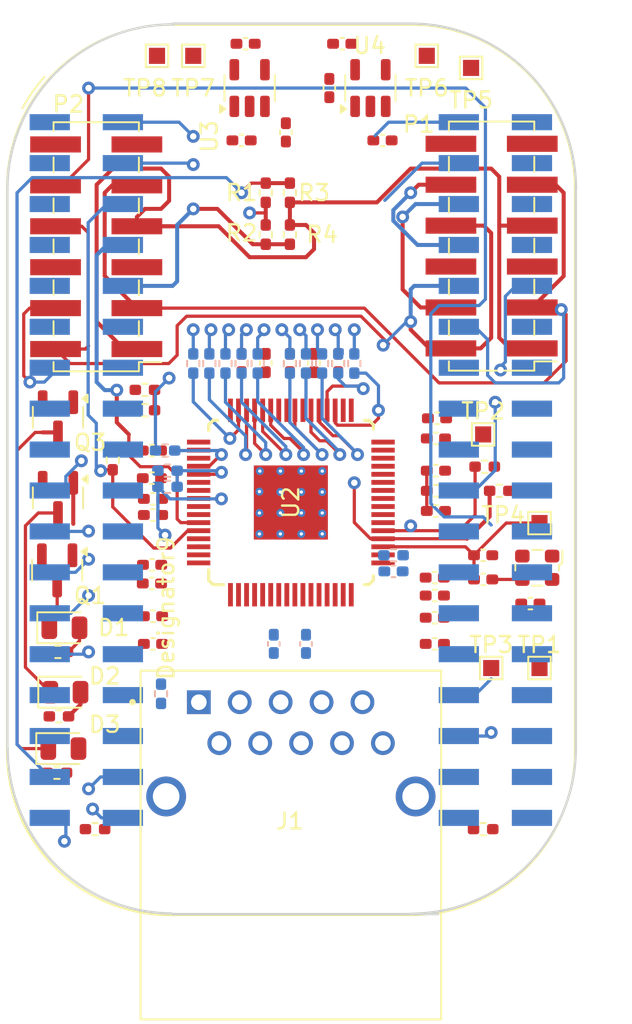
<source format=kicad_pcb>
(kicad_pcb (version 20241229) (generator "pcbnew") (generator_version "9.0")
  (title_block (title "Gigabit Ethernet Cap") (company "Kebag Logic: kebag-logic.com") (comment 2 "This source describes Open Hardware and is licensed under the\nCERN-OHL-S v2.0.\nYou may redistribute and modify this documentation and make products\nusing it under the terms of the CERN-OHL-S v2.0 (https://cern.ch/ohl)."))
  (layers (0 "F.Cu" signal) (4 "In1.Cu" signal) (6 "In2.Cu" signal) (2 "B.Cu" signal) (13 "F.Paste" user) (15 "B.Paste" user) (5 "F.SilkS" user "F.Silkscreen") (7 "B.SilkS" user "B.Silkscreen") (1 "F.Mask" user) (3 "B.Mask" user) (25 "Edge.Cuts" user))
  (net 0 "")
  (net 1 "VDD_3V3")
  (net 2 "GND")
  (net 3 "VDD_2V5")
  (net 4 "VDD_1V1")
  (net 5 "Net-(D1-A)")
  (net 6 "Net-(D1-K)")
  (net 7 "Net-(D2-K)")
  (net 8 "RGMII_TD0")
  (net 9 "RGMII_RD1")
  (net 10 "RGMII_TD3")
  (net 11 "Net-(D2-A)")
  (net 12 "INT_N{slash}PWRDN_N")
  (net 13 "RGMII_TD2")
  (net 14 "Net-(D3-K)")
  (net 15 "RGMII_RD2")
  (net 16 "Net-(D3-A)")
  (net 17 "MDIO0_MDC")
  (net 18 "Net-(J1-MD2-)")
  (net 19 "RESET_N")
  (net 20 "Net-(J1-MD2+)")
  (net 21 "Net-(J1-MD3+)")
  (net 22 "Net-(J1-VCC)")
  (net 23 "RGMII_RD3")
  (net 24 "I2C2_SCL")
  (net 25 "Net-(J1-MD0-)")
  (net 26 "RGMII_TD1")
  (net 27 "I2C2_SDA")
  (net 28 "Net-(J1-MD0+)")
  (net 29 "Net-(J1-MD3-)")
  (net 30 "RGMII_RD0")
  (net 31 "MCLK_TIN")
  (net 32 "MCLK_MCASP")
  (net 33 "Net-(J1-MD1+)")
  (net 34 "MCLK_TOUT")
  (net 35 "Net-(J1-MD1-)")
  (net 36 "/Audio/MCLK")
  (net 37 "PMOD1_SDOUT")
  (net 38 "LRCK")
  (net 39 "BCLK")
  (net 40 "PMOD1_SDIN")
  (net 41 "PMOD2.SDIN")
  (net 42 "PMOD2.SDOUT")
  (net 58 "/Network/LED0")
  (net 59 "/Network/LED1")
  (net 73 "/Network/LED2")
  (net 75 "Net-(U2-TX_D0)")
  (net 81 "Net-(U2-TX_D1)")
  (net 82 "Net-(U2-TX_D2)")
  (net 83 "Net-(U2-TX_D3)")
  (net 84 "RGMII_TX_CTRL")
  (net 85 "Net-(U2-TX_EN_TX_CTRL)")
  (net 86 "RGMII_TX_CLK")
  (net 87 "Net-(U2-GTX_CLK)")
  (net 88 "/Network/RX_D7")
  (net 89 "Net-(U2-RX_CLK)")
  (net 90 "RGMII_RX_CLK")
  (net 91 "Net-(U2-RX_D0)")
  (net 92 "Net-(U2-RX_D1)")
  (net 93 "Net-(U2-RX_D2)")
  (net 94 "Net-(U2-RX_D3)")
  (net 95 "MDIO0_DIO")
  (net 96 "Net-(U2-RBIAS)")
  (net 97 "Net-(J1-SHIELD)")
  (net 98 "RGMII_RX_CTRL")
  (net 99 "/Network/RX_CTRL")
  (net 112 "/Network/X_IN")
  (net 126 "Net-(U2-CLK_OUT)")
  (net 130 "Net-(Y1-OUT)")
  (net 131 "Net-(TP3-Pad1)")
  (footprint "Resistor_SMD:R_0402_1005Metric_Pad0.72x0.64mm_HandSolder" (layer "F.Cu") (at 195 65.5 -90)
    (property "Reference" "R1")
    (property "Value" "0R" (hide yes))
  )
  (footprint "1840888_1:BEL_1840888-1" (layer "F.Cu") (at 196.561811 106.01131)
    (property "Reference" "J1")
    (property "Value" "1840888-1" (hide yes))
  )
  (footprint "Resistor_SMD:R_0402_1005Metric_Pad0.72x0.64mm_HandSolder" (layer "F.Cu") (at 187.5 77.733409)
    (property "Reference" "R6" (hide yes))
    (property "Value" "2K49" (hide yes))
  )
  (footprint "Capacitor_SMD:C_0402_1005Metric_Pad0.74x0.62mm_HandSolder" (layer "F.Cu") (at 199.5 76.0675 90)
    (property "Reference" "C24" (hide yes))
    (property "Value" "0.01uF" (hide yes))
  )
  (footprint "Oscillator:Oscillator_SMD_ECS_2520MV-xxx-xx-4Pin_2.5x2.0mm" (layer "F.Cu") (at 211.8575 88.775 -90)
    (property "Reference" "Y1" (hide yes))
    (property "Value" "ECS-2520MV-xxx-xx" (hide yes))
  )
  (footprint "Resistor_SMD:R_0402_1005Metric_Pad0.72x0.64mm_HandSolder" (layer "F.Cu") (at 182.16 98 180)
    (property "Reference" "R27" (hide yes))
    (property "Value" "200R" (hide yes))
  )
  (footprint "Resistor_SMD:R_0402_1005Metric_Pad0.72x0.64mm_HandSolder" (layer "F.Cu") (at 182.035 101.5 180)
    (property "Reference" "R28" (hide yes))
    (property "Value" "200R" (hide yes))
  )
  (footprint "Resistor_SMD:R_0402_1005Metric_Pad0.72x0.64mm_HandSolder" (layer "F.Cu") (at 185.5 82.0975 -90)
    (property "Reference" "R24" (hide yes))
    (property "Value" "2.2K" (hide yes))
  )
  (footprint "TestPoint:TestPoint_Pad_1.0x1.0mm" (layer "F.Cu") (at 190.5 57)
    (property "Reference" "TP7")
    (property "Value" "TestPoint" (hide yes))
  )
  (footprint "Package_TO_SOT_SMD:SOT-23-5" (layer "F.Cu") (at 201.5 59 90)
    (property "Reference" "U4")
    (property "Value" "TPS7A20" (hide yes))
  )
  (footprint "Module:BeagleBoard_PocketBeagle" (layer "F.Cu") (at 182.59 61.12)
    (property "Reference" "U1" (hide yes))
    (property "Value" "PocketBeagle2")
  )
  (footprint "Resistor_SMD:R_0402_1005Metric_Pad0.72x0.64mm_HandSolder" (layer "F.Cu") (at 187.5 79 180)
    (property "Reference" "R5" (hide yes))
    (property "Value" "5K76" (hide yes))
  )
  (footprint "TestPoint:TestPoint_Pad_1.0x1.0mm" (layer "F.Cu") (at 212 86)
    (property "Reference" "TP4")
    (property "Value" "TestPoint" (hide yes))
  )
  (footprint "Capacitor_SMD:C_0402_1005Metric_Pad0.74x0.62mm_HandSolder" (layer "F.Cu") (at 188 85.5 180)
    (property "Reference" "C23" (hide yes))
    (property "Value" "1uF" (hide yes))
  )
  (footprint "Capacitor_SMD:C_0402_1005Metric_Pad0.74x0.62mm_HandSolder" (layer "F.Cu") (at 205.5 90.5)
    (property "Reference" "C13" (hide yes))
    (property "Value" "0.1uF" (hide yes))
  )
  (footprint "Capacitor_SMD:C_0402_1005Metric_Pad0.74x0.62mm_HandSolder" (layer "F.Cu") (at 193.5 76.0675 90)
    (property "Reference" "C10" (hide yes))
    (property "Value" "0.1uF" (hide yes))
  )
  (footprint "Capacitor_SMD:C_0402_1005Metric_Pad0.74x0.62mm_HandSolder" (layer "F.Cu") (at 188 91.785714 180)
    (property "Reference" "C11" (hide yes))
    (property "Value" "1uF" (hide yes))
  )
  (footprint "TestPoint:TestPoint_Pad_1.0x1.0mm" (layer "F.Cu") (at 209 95)
    (property "Reference" "TP3")
    (property "Value" "TestPoint" (hide yes))
  )
  (footprint "TestPoint:TestPoint_Pad_1.0x1.0mm" (layer "F.Cu") (at 188.25 57)
    (property "Reference" "TP8")
    (property "Value" "TestPoint" (hide yes))
  )
  (footprint "Capacitor_SMD:C_0402_1005Metric_Pad0.74x0.62mm_HandSolder" (layer "F.Cu") (at 205.5 91.875)
    (property "Reference" "C8" (hide yes))
    (property "Value" "1uF" (hide yes))
  )
  (footprint "Resistor_SMD:R_0402_1005Metric_Pad0.72x0.64mm_HandSolder" (layer "F.Cu") (at 184.4025 105)
    (property "Reference" "R29" (hide yes))
    (property "Value" "0R" (hide yes))
  )
  (footprint "Capacitor_SMD:C_0402_1005Metric_Pad0.74x0.62mm_HandSolder" (layer "F.Cu") (at 205.635 79.5)
    (property "Reference" "C17" (hide yes))
    (property "Value" "1uF" (hide yes))
  )
  (footprint "Capacitor_SMD:C_0402_1005Metric_Pad0.74x0.62mm_HandSolder" (layer "F.Cu") (at 196.5 76.0675 90)
    (property "Reference" "C9" (hide yes))
    (property "Value" "0.1uF" (hide yes))
  )
  (footprint "Capacitor_SMD:C_0402_1005Metric_Pad0.74x0.62mm_HandSolder" (layer "F.Cu") (at 205.496608 89.386684)
    (property "Reference" "C26" (hide yes))
    (property "Value" "10uF" (hide yes))
  )
  (footprint "Resistor_SMD:R_0402_1005Metric_Pad0.72x0.64mm_HandSolder" (layer "F.Cu") (at 196.5 65.5 -90)
    (property "Reference" "R3")
    (property "Value" "0R" (hide yes))
  )
  (footprint "Capacitor_SMD:C_0402_1005Metric_Pad0.74x0.62mm_HandSolder" (layer "F.Cu") (at 187.9325 89.75 180)
    (property "Reference" "C19" (hide yes))
    (property "Value" "0.01uF" (hide yes))
  )
  (footprint "Capacitor_SMD:C_0402_1005Metric_Pad0.74x0.62mm_HandSolder" (layer "F.Cu") (at 198 76.0675 90)
    (property "Reference" "C16" (hide yes))
    (property "Value" "1uF" (hide yes))
  )
  (footprint "Package_TO_SOT_SMD:SOT-23" (layer "F.Cu") (at 182.1 84.4375 -90)
    (property "Reference" "Q2" (hide yes))
    (property "Value" "BSS138" (hide yes))
  )
  (footprint "Resistor_SMD:R_0402_1005Metric_Pad0.72x0.64mm_HandSolder" (layer "F.Cu") (at 196.5 68.0975 -90)
    (property "Reference" "R4")
    (property "Value" "0R" (hide yes))
  )
  (footprint "LED_SMD:LED_0805_2012Metric" (layer "F.Cu") (at 182.5625 96.5)
    (property "Reference" "D2")
    (property "Value" "Orange" (hide yes))
  )
  (footprint "LED_SMD:LED_0805_2012Metric" (layer "F.Cu") (at 182.5 92.5)
    (property "Reference" "D1")
    (property "Value" "Green" (hide yes))
  )
  (footprint "Capacitor_SMD:C_0402_1005Metric_Pad0.74x0.62mm_HandSolder" (layer "F.Cu") (at 205.5675 84)
    (property "Reference" "C20" (hide yes))
    (property "Value" "1uF" (hide yes))
  )
  (footprint "TestPoint:TestPoint_Pad_1.0x1.0mm" (layer "F.Cu") (at 207.75 57.75)
    (property "Reference" "TP5")
    (property "Value" "TestPoint" (hide yes))
  )
  (footprint "Resistor_SMD:R_0402_1005Metric_Pad0.72x0.64mm_HandSolder" (layer "F.Cu") (at 182.0975 94 180)
    (property "Reference" "R23" (hide yes))
    (property "Value" "200R" (hide yes))
  )
  (footprint "TestPoint:TestPoint_Pad_1.0x1.0mm" (layer "F.Cu") (at 205 57)
    (property "Reference" "TP6")
    (property "Value" "TestPoint" (hide yes))
  )
  (footprint "Resistor_SMD:R_0402_1005Metric_Pad0.72x0.64mm_HandSolder" (layer "F.Cu") (at 209.5 84)
    (property "Reference" "R20" (hide yes))
    (property "Value" "2.2K" (hide yes))
  )
  (footprint "Capacitor_SMD:C_0402_1005Metric_Pad0.74x0.62mm_HandSolder" (layer "F.Cu") (at 196.25 61.75 -90)
    (property "Reference" "C34" (hide yes))
    (property "Value" "0.1uF" (hide yes))
  )
  (footprint "Package_TO_SOT_SMD:SOT-23" (layer "F.Cu") (at 182.05 88.9375 -90)
    (property "Reference" "Q1")
    (property "Value" "BSS138" (hide yes))
  )
  (footprint "Resistor_SMD:R_0402_1005Metric_Pad0.72x0.64mm_HandSolder" (layer "F.Cu") (at 208.5 105 180)
    (property "Reference" "R26" (hide yes))
    (property "Value" "0R" (hide yes))
  )
  (footprint "Resistor_SMD:R_0402_1005Metric_Pad0.72x0.64mm_HandSolder" (layer "F.Cu") (at 195 68.0975 -90)
    (property "Reference" "R2")
    (property "Value" "0R" (hide yes))
  )
  (footprint "Capacitor_SMD:C_0402_1005Metric_Pad0.74x0.62mm_HandSolder" (layer "F.Cu") (at 188 93.5 180)
    (property "Reference" "C1" (hide yes))
    (property "Value" "0.1uF" (hide yes))
  )
  (footprint "Capacitor_SMD:C_0402_1005Metric_Pad0.74x0.62mm_HandSolder" (layer "F.Cu") (at 208.5 88 180)
    (property "Reference" "C18" (hide yes))
    (property "Value" "27pf" (hide yes))
  )
  (footprint "Capacitor_SMD:C_0402_1005Metric_Pad0.74x0.62mm_HandSolder" (layer "F.Cu") (at 202.25 62.25 180)
    (property "Reference" "C35" (hide yes))
    (property "Value" "0.1uF" (hide yes))
  )
  (footprint "Connector_PinHeader_2.54mm:PinHeader_2x06_P2.54mm_Vertical_SMD" (layer "F.Cu") (at 209.025 68.81 180)
    (property "Reference" "P1")
    (property "Value" "PMOD_I2S" (hide yes))
  )
  (footprint "Capacitor_SMD:C_0402_1005Metric_Pad0.74x0.62mm_HandSolder" (layer "F.Cu") (at 187.9325 81.5 180)
    (property "Reference" "C12" (hide yes))
    (property "Value" "1uF" (hide yes))
  )
  (footprint "Connector_PinHeader_2.54mm:PinHeader_2x06_P2.54mm_Vertical_SMD" (layer "F.Cu") (at 184.475 68.85 180)
    (property "Reference" "P2")
    (property "Value" "PMOD_I2S" (hide yes))
  )
  (footprint "Capacitor_SMD:C_0402_1005Metric_Pad0.74x0.62mm_HandSolder" (layer "F.Cu") (at 205.5675 85.25)
    (property "Reference" "C6" (hide yes))
    (property "Value" "0.1uF" (hide yes))
  )
  (footprint "Resistor_SMD:R_0402_1005Metric_Pad0.72x0.64mm_HandSolder" (layer "F.Cu") (at 208.5975 82.5)
    (property "Reference" "R21" (hide yes))
    (property "Value" "2.2K" (hide yes))
  )
  (footprint "TestPoint:TestPoint_Pad_1.0x1.0mm" (layer "F.Cu") (at 208.5 80.5)
    (property "Reference" "TP2")
    (property "Value" "TestPoint" (hide yes))
  )
  (footprint "Capacitor_SMD:C_0402_1005Metric_Pad0.74x0.62mm_HandSolder" (layer "F.Cu") (at 187.9325 83.214286 180)
    (property "Reference" "C2" (hide yes))
    (property "Value" "0.1uF" (hide yes))
  )
  (footprint "Capacitor_SMD:C_0402_1005Metric_Pad0.74x0.62mm_HandSolder" (layer "F.Cu") (at 198.95 59 -90)
    (property "Reference" "C32" (hide yes))
    (property "Value" "1uF" (hide yes))
  )
  (footprint "LED_SMD:LED_0805_2012Metric" (layer "F.Cu") (at 182.4375 100)
    (property "Reference" "D3")
    (property "Value" "Red" (hide yes))
  )
  (footprint "DP83867:PAP0064M_N" (layer "F.Cu") (at 196.56 84.725 90)
    (property "Reference" "U2")
    (property "Value" "DP83867IRPAPR")
  )
  (footprint "Package_TO_SOT_SMD:SOT-23-5" (layer "F.Cu") (at 194 59 90)
    (property "Reference" "U3")
    (property "Value" "TPS7A20" (hide yes))
  )
  (footprint "TestPoint:TestPoint_Pad_1.0x1.0mm" (layer "F.Cu") (at 212 95)
    (property "Reference" "TP1")
    (property "Value" "TestPoint" (hide yes))
  )
  (footprint "Capacitor_SMD:C_0402_1005Metric_Pad0.74x0.62mm_HandSolder" (layer "F.Cu") (at 193.5 62.25 180)
    (property "Reference" "C30" (hide yes))
    (property "Value" "1uF" (hide yes))
  )
  (footprint "Capacitor_SMD:C_0402_1005Metric_Pad0.74x0.62mm_HandSolder" (layer "F.Cu") (at 205.5675 82.75)
    (property "Reference" "C22" (hide yes))
    (property "Value" "10uF" (hide yes))
  )
  (footprint "Capacitor_SMD:C_0402_1005Metric_Pad0.74x0.62mm_HandSolder" (layer "F.Cu") (at 193.75 56.25)
    (property "Reference" "C31" (hide yes))
    (property "Value" "1uF" (hide yes))
  )
  (footprint "Capacitor_SMD:C_0402_1005Metric_Pad0.74x0.62mm_HandSolder" (layer "F.Cu") (at 195 76.0675 90)
    (property "Reference" "C21" (hide yes))
    (property "Value" "1uF" (hide yes))
  )
  (footprint "Capacitor_SMD:C_0402_1005Metric_Pad0.74x0.62mm_HandSolder" (layer "F.Cu") (at 211.4325 91 180)
    (property "Reference" "C4" (hide yes))
    (property "Value" "0.1uF" (hide yes))
  )
  (footprint "Capacitor_SMD:C_0402_1005Metric_Pad0.74x0.62mm_HandSolder" (layer "F.Cu") (at 199.75 56.25 180)
    (property "Reference" "C33" (hide yes))
    (property "Value" "1uF" (hide yes))
  )
  (footprint "Capacitor_SMD:C_0402_1005Metric_Pad0.74x0.62mm_HandSolder" (layer "F.Cu") (at 187.943732 88.59082 180)
    (property "Reference" "C15" (hide yes))
    (property "Value" "10uF" (hide yes))
  )
  (footprint "Capacitor_SMD:C_0402_1005Metric_Pad0.74x0.62mm_HandSolder" (layer "F.Cu") (at 188 84.5 180)
    (property "Reference" "C3" (hide yes))
    (property "Value" "0.1uF" (hide yes))
  )
  (footprint "Package_TO_SOT_SMD:SOT-23" (layer "F.Cu") (at 182.1 79.4375 -90)
    (property "Reference" "Q3")
    (property "Value" "BSS138" (hide yes))
  )
  (footprint "Capacitor_SMD:C_0402_1005Metric_Pad0.74x0.62mm_HandSolder" (layer "F.Cu") (at 205.5675 80.75)
    (property "Reference" "C27" (hide yes))
    (property "Value" "0.01uF" (hide yes))
  )
  (footprint "Capacitor_SMD:C_0402_1005Metric_Pad0.74x0.62mm_HandSolder" (layer "F.Cu") (at 205.5 93.5)
    (property "Reference" "C5" (hide yes))
    (property "Value" "0.1uF" (hide yes))
  )
  (footprint "Capacitor_SMD:C_0402_1005Metric_Pad0.74x0.62mm_HandSolder" (layer "F.Cu") (at 208.5 89.5 180)
    (property "Reference" "C14" (hide yes))
    (property "Value" "27pf" (hide yes))
  )
  (footprint "Capacitor_SMD:C_0402_1005Metric_Pad0.74x0.62mm_HandSolder" (layer "B.Cu") (at 202.9325 89 180)
    (property "Reference" "C28" (hide yes))
    (property "Value" "22pF" (hide yes))
  )
  (footprint "Resistor_SMD:R_0402_1005Metric_Pad0.72x0.64mm_HandSolder" (layer "B.Cu") (at 192.5 76.0975 -90)
    (property "Reference" "R17" (hide yes))
    (property "Value" "22R" (hide yes))
  )
  (footprint "Resistor_SMD:R_0402_1005Metric_Pad0.72x0.64mm_HandSolder" (layer "B.Cu") (at 188.75 81.5)
    (property "Reference" "R13" (hide yes))
    (property "Value" "22R" (hide yes))
  )
  (footprint "Resistor_SMD:R_0402_1005Metric_Pad0.72x0.64mm_HandSolder" (layer "B.Cu") (at 198.5 76.0975 -90)
    (property "Reference" "R9" (hide yes))
    (property "Value" "22R" (hide yes))
  )
  (footprint "Resistor_SMD:R_0402_1005Metric_Pad0.72x0.64mm_HandSolder" (layer "B.Cu") (at 196.5 76.0975 -90)
    (property "Reference" "R14" (hide yes))
    (property "Value" "22R" (hide yes))
  )
  (footprint "Resistor_SMD:R_0402_1005Metric_Pad0.72x0.64mm_HandSolder" (layer "B.Cu") (at 191.5 76.0975 -90)
    (property "Reference" "R18" (hide yes))
    (property "Value" "22R" (hide yes))
  )
  (footprint "Capacitor_SMD:C_0402_1005Metric_Pad0.74x0.62mm_HandSolder" (layer "B.Cu") (at 195.5 93.5 -90)
    (property "Reference" "C7" (hide yes))
    (property "Value" "0.1uF" (hide yes))
  )
  (footprint "Resistor_SMD:R_0402_1005Metric_Pad0.72x0.64mm_HandSolder" (layer "B.Cu") (at 200.5 76.0975 -90)
    (property "Reference" "R11" (hide yes))
    (property "Value" "22R" (hide yes))
  )
  (footprint "Capacitor_SMD:C_0402_1005Metric_Pad0.74x0.62mm_HandSolder" (layer "B.Cu") (at 197.5 93.5 -90)
    (property "Reference" "C25" (hide yes))
    (property "Value" "1uF" (hide yes))
  )
  (footprint "Resistor_SMD:R_0402_1005Metric_Pad0.72x0.64mm_HandSolder" (layer "B.Cu") (at 202.9325 88 180)
    (property "Reference" "R22" (hide yes))
    (property "Value" "11K_1%" (hide yes))
  )
  (footprint "Resistor_SMD:R_0402_1005Metric_Pad0.72x0.64mm_HandSolder" (layer "B.Cu") (at 188.9025 83.75)
    (property "Reference" "R12" (hide yes))
    (property "Value" "22R" (hide yes))
  )
  (footprint "Resistor_SMD:R_0402_1005Metric_Pad0.72x0.64mm_HandSolder" (layer "B.Cu") (at 188.9025 82.75)
    (property "Reference" "R7" (hide yes))
    (property "Value" "2K49" (hide yes))
  )
  (footprint "Resistor_SMD:R_0402_1005Metric_Pad0.72x0.64mm_HandSolder" (layer "B.Cu") (at 190.5 76.0975 -90)
    (property "Reference" "R19" (hide yes))
    (property "Value" "22R" (hide yes))
  )
  (footprint "Resistor_SMD:R_0402_1005Metric_Pad0.72x0.64mm_HandSolder" (layer "B.Cu") (at 197.5 76.0975 -90)
    (property "Reference" "R8" (hide yes))
    (property "Value" "22R" (hide yes))
  )
  (footprint "Resistor_SMD:R_0402_1005Metric_Pad0.72x0.64mm_HandSolder" (layer "B.Cu") (at 193.5 76.0975 -90)
    (property "Reference" "R16" (hide yes))
    (property "Value" "22R" (hide yes))
  )
  (footprint "Resistor_SMD:R_0402_1005Metric_Pad0.72x0.64mm_HandSolder" (layer "B.Cu") (at 188.5 96.5975 90)
    (property "Reference" "R25" (hide yes))
    (property "Value" "DNP" (hide yes))
  )
  (footprint "Resistor_SMD:R_0402_1005Metric_Pad0.72x0.64mm_HandSolder" (layer "B.Cu") (at 199.5 76.0975 -90)
    (property "Reference" "R10" (hide yes))
    (property "Value" "22R" (hide yes))
  )
  (footprint "Resistor_SMD:R_0402_1005Metric_Pad0.72x0.64mm_HandSolder" (layer "B.Cu") (at 194.5 76.0975 -90)
    (property "Reference" "R15" (hide yes))
    (property "Value" "22R" (hide yes))
  )
  (gr_line (start 204 55) (end 189.21996 55) (stroke (width 0.15)) (layer "Edge.Cuts"))
  (gr_line (start 189.1896 110.27252) (end 205.6896 110.27252) (stroke (width 0.15)) (layer "Edge.Cuts"))
  (gr_arc (start 204 55) (mid 211.256567 58.005768) (end 214.262335 65.262335) (stroke (width 0.15)) (layer "Edge.Cuts"))
  (gr_arc (start 178.957625 65.25) (mid 182.007317 58.011627) (end 189.282078 55.049783) (stroke (width 0.15)) (layer "Edge.Cuts"))
  (gr_arc (start 214.25 100) (mid 211.247845 107.247845) (end 204 110.25) (stroke (width 0.15)) (layer "Edge.Cuts"))
  (gr_line (start 214.25 100) (end 214.25 65.262335) (stroke (width 0.15)) (layer "Edge.Cuts"))
  (gr_line (start 178.957625 65.25) (end 178.957625 100) (stroke (width 0.15)) (layer "Edge.Cuts"))
  (gr_arc (start 189.188777 110.234747) (mid 181.952787 107.212878) (end 178.972953 99.959477) (stroke (width 0.15)) (layer "Edge.Cuts"))
  (segment (start 205 84) (end 205 85.25) (width 0.2) (layer "F.Cu") (net 1))
  (segment (start 205 82.75) (end 205 84) (width 0.2) (layer "F.Cu") (net 1))
  (segment (start 182.695 94) (end 182.75 94) (width 0.2) (layer "F.Cu") (net 5))
  (segment (start 182.75 94) (end 183.4375 93.3125) (width 0.2) (layer "F.Cu") (net 5))
  (segment (start 183.4375 93.3125) (end 183.4375 92.5) (width 0.2) (layer "F.Cu") (net 5))
  (segment (start 181.5625 92.5) (end 181.5625 91.6875) (width 0.2) (layer "F.Cu") (net 6))
  (segment (start 182.05 91.2) (end 182.05 89.875) (width 0.2) (layer "F.Cu") (net 6))
  (segment (start 181.5625 91.6875) (end 182.05 91.2) (width 0.2) (layer "F.Cu") (net 6))
  (segment (start 180.079625 86.170375) (end 180.875 85.375) (width 0.2) (layer "F.Cu") (net 7))
  (segment (start 180.875 85.375) (end 182.1 85.375) (width 0.2) (layer "F.Cu") (net 7))
  (segment (start 180.079625 94.954625) (end 180.079625 86.170375) (width 0.2) (layer "F.Cu") (net 7))
  (segment (start 181.625 96.5) (end 180.079625 94.954625) (width 0.2) (layer "F.Cu") (net 7))
  (via (at 197.114579 74) (size 0.8) (drill 0.4) (layers "F.Cu" "B.Cu") (net 8))
  (via (at 190.5 63.75) (size 0.8) (drill 0.4) (layers "F.Cu" "B.Cu") (net 8))
  (segment (start 190.66 63.66) (end 190.75 63.75) (width 0.2) (layer "B.Cu") (net 8))
  (segment (start 197.5 75.5) (end 197.5 74.373274) (width 0.2) (layer "B.Cu") (net 8))
  (segment (start 185.13 63.66) (end 190.66 63.66) (width 0.2) (layer "B.Cu") (net 8))
  (segment (start 197.5 74.373274) (end 197.114579 73.987853) (width 0.2) (layer "B.Cu") (net 8))
  (via (at 192.700006 74) (size 0.8) (drill 0.4) (layers "F.Cu" "B.Cu") (net 9))
  (via (at 184 90.5) (size 0.8) (drill 0.4) (layers "F.Cu" "B.Cu") (net 9))
  (segment (start 182.59 91.6) (end 182.9 91.6) (width 0.2) (layer "B.Cu") (net 9))
  (segment (start 182.9 91.6) (end 184 90.5) (width 0.2) (layer "B.Cu") (net 9))
  (segment (start 192.5 75.25) (end 192.5 74.200006) (width 0.2) (layer "B.Cu") (net 9))
  (segment (start 192.5 74.200006) (end 192.700006 74) (width 0.2) (layer "B.Cu") (net 9))
  (segment (start 192.5 75.5) (end 192.5 75.25) (width 0.2) (layer "B.Cu") (net 9))
  (via (at 209 99) (size 0.8) (drill 0.4) (layers "F.Cu" "B.Cu") (net 10))
  (via (at 209.25 78.5) (size 0.8) (drill 0.4) (layers "F.Cu" "B.Cu") (net 10))
  (via (at 200.5 74) (size 0.8) (drill 0.4) (layers "F.Cu" "B.Cu") (net 10))
  (segment (start 200.5 75.5) (end 200.5 74) (width 0.2) (layer "B.Cu") (net 10))
  (segment (start 207.99 83.98) (end 209.25 82.72) (width 0.2) (layer "B.Cu") (net 10))
  (segment (start 209.25 82.72) (end 209.25 78.5) (width 0.2) (layer "B.Cu") (net 10))
  (segment (start 208.78 99.22) (end 209 99) (width 0.2) (layer "B.Cu") (net 10))
  (segment (start 207.99 99.22) (end 208.78 99.22) (width 0.2) (layer "B.Cu") (net 10))
  (segment (start 183.5 96.5) (end 183.5 97.2575) (width 0.25) (layer "F.Cu") (net 11))
  (segment (start 183.5 97.2575) (end 182.7575 98) (width 0.25) (layer "F.Cu") (net 11))
  (segment (start 185.5 82.695) (end 185.5 85) (width 0.2) (layer "F.Cu") (net 12))
  (segment (start 185.5 82.695) (end 184.805 82.695) (width 0.2) (layer "F.Cu") (net 12))
  (segment (start 189.081786 87.551) (end 190.157787 86.474999) (width 0.2) (layer "F.Cu") (net 12))
  (segment (start 188.051 87.551) (end 189.081786 87.551) (width 0.2) (layer "F.Cu") (net 12))
  (segment (start 190.157787 86.474999) (end 190.835 86.474999) (width 0.2) (layer "F.Cu") (net 12))
  (segment (start 184.805 82.695) (end 184.75 82.75) (width 0.2) (layer "F.Cu") (net 12))
  (segment (start 185.5 85) (end 188.051 87.551) (width 0.2) (layer "F.Cu") (net 12))
  (via (at 184.75 82.75) (size 0.8) (drill 0.4) (layers "F.Cu" "B.Cu") (net 12))
  (segment (start 185.13 66.2) (end 183.974 67.356) (width 0.2) (layer "B.Cu") (net 12))
  (segment (start 183.974 79.296) (end 184.479 79.801) (width 0.2) (layer "B.Cu") (net 12))
  (segment (start 184.479 79.801) (end 184.479 82.479) (width 0.2) (layer "B.Cu") (net 12))
  (segment (start 184.479 82.479) (end 184.75 82.75) (width 0.2) (layer "B.Cu") (net 12))
  (segment (start 183.974 67.356) (end 183.974 79.296) (width 0.2) (layer "B.Cu") (net 12))
  (via (at 199.314476 74) (size 0.8) (drill 0.4) (layers "F.Cu" "B.Cu") (net 13))
  (via (at 209.579998 76.5) (size 0.8) (drill 0.4) (layers "F.Cu" "B.Cu") (net 13))
  (segment (start 209.579998 76.299002) (end 209.579998 76.5) (width 0.2) (layer "B.Cu") (net 13))
  (segment (start 199.75 75.5) (end 199.75 75.25) (width 0.2) (layer "B.Cu") (net 13))
  (segment (start 199.5 74.185341) (end 199.314476 73.999817) (width 0.2) (layer "B.Cu") (net 13))
  (segment (start 210.53 71.28) (end 209.879 71.931) (width 0.2) (layer "B.Cu") (net 13))
  (segment (start 199.5 75.5) (end 199.75 75.5) (width 0.2) (layer "B.Cu") (net 13))
  (segment (start 209.879 76) (end 209.579998 76.299002) (width 0.2) (layer "B.Cu") (net 13))
  (segment (start 199.5 75.5) (end 199.5 74.185341) (width 0.2) (layer "B.Cu") (net 13))
  (segment (start 209.879 71.931) (end 209.879 76) (width 0.2) (layer "B.Cu") (net 13))
  (segment (start 179.558625 81.5) (end 180.683625 80.375) (width 0.2) (layer "F.Cu") (net 14))
  (segment (start 179.558625 99.73126) (end 179.558625 81.5) (width 0.2) (layer "F.Cu") (net 14))
  (segment (start 181.5 100) (end 179.827365 100) (width 0.2) (layer "F.Cu") (net 14))
  (segment (start 180.683625 80.375) (end 181.5 80.375) (width 0.2) (layer "F.Cu") (net 14))
  (segment (start 179.827365 100) (end 179.558625 99.73126) (width 0.2) (layer "F.Cu") (net 14))
  (segment (start 181.5 80.375) (end 182.1 80.375) (width 0.25) (layer "F.Cu") (net 14))
  (segment (start 181.125 80.375) (end 181.5 80.375) (width 0.25) (layer "F.Cu") (net 14))
  (via (at 191.600003 74) (size 0.8) (drill 0.4) (layers "F.Cu" "B.Cu") (net 15))
  (via (at 184 88.25) (size 0.8) (drill 0.4) (layers "F.Cu" "B.Cu") (net 15))
  (segment (start 191.5 75.5) (end 191.5 74.100003) (width 0.2) (layer "B.Cu") (net 15))
  (segment (start 183.19 89.06) (end 184 88.25) (width 0.2) (layer "B.Cu") (net 15))
  (segment (start 182.59 89.06) (end 183.19 89.06) (width 0.2) (layer "B.Cu") (net 15))
  (segment (start 191.5 74.100003) (end 191.600003 74) (width 0.2) (layer "B.Cu") (net 15))
  (segment (start 200.5 85.966998) (end 201.508002 86.975) (width 0.2) (layer "F.Cu") (net 17))
  (segment (start 201.508002 86.975) (end 202.07648 86.975) (width 0.2) (layer "F.Cu") (net 17))
  (segment (start 200.5 83.5) (end 200.5 85.966998) (width 0.2) (layer "F.Cu") (net 17))
  (segment (start 208 86.5) (end 208.9025 85.5975) (width 0.25) (layer "F.Cu") (net 17))
  (segment (start 208 86.5) (end 207.5 87) (width 0.2) (layer "F.Cu") (net 17))
  (segment (start 208.9025 85.5975) (end 208.9025 84) (width 0.25) (layer "F.Cu") (net 17))
  (segment (start 207.475001 86.975001) (end 202.285 86.975001) (width 0.2) (layer "F.Cu") (net 17))
  (segment (start 207.5 87) (end 207.475001 86.975001) (width 0.2) (layer "F.Cu") (net 17))
  (via (at 200.5 83.5) (size 0.8) (drill 0.4) (layers "F.Cu" "B.Cu") (net 17))
  (segment (start 201.801 61.949) (end 202.63 61.12) (width 0.2) (layer "B.Cu") (net 17))
  (segment (start 206.37 61.12) (end 206.25 61) (width 0.2) (layer "B.Cu") (net 17))
  (segment (start 207.99 61.12) (end 206.37 61.12) (width 0.2) (layer "B.Cu") (net 17))
  (segment (start 202.63 61.12) (end 207.99 61.12) (width 0.2) (layer "B.Cu") (net 17))
  (segment (start 188.947098 82.503286) (end 189.5 83.056188) (width 0.2) (layer "F.Cu") (net 19))
  (segment (start 186.5 81.793098) (end 187.210188 82.503286) (width 0.2) (layer "F.Cu") (net 19))
  (segment (start 187.210188 82.503286) (end 188.947098 82.503286) (width 0.2) (layer "F.Cu") (net 19))
  (segment (start 185.75 79.75) (end 185.75 77.75) (width 0.25) (layer "F.Cu") (net 19))
  (segment (start 186.5 80.5) (end 186.5 81.793098) (width 0.2) (layer "F.Cu") (net 19))
  (segment (start 190.835 85.975) (end 189.725 85.975) (width 0.2) (layer "F.Cu") (net 19))
  (segment (start 186.5 80.5) (end 185.75 79.75) (width 0.25) (layer "F.Cu") (net 19))
  (segment (start 189.725 85.975) (end 189.5 85.75) (width 0.2) (layer "F.Cu") (net 19))
  (segment (start 189.5 83.056188) (end 189.5 85.75) (width 0.2) (layer "F.Cu") (net 19))
  (via (at 185.75 77.75) (size 0.8) (drill 0.4) (layers "F.Cu" "B.Cu") (net 19))
  (segment (start 185 77.75) (end 184.5 77.25) (width 0.25) (layer "B.Cu") (net 19))
  (segment (start 185.75 77.75) (end 185 77.75) (width 0.25) (layer "B.Cu") (net 19))
  (segment (start 184.5 69.37) (end 185.13 68.74) (width 0.25) (layer "B.Cu") (net 19))
  (segment (start 184.5 77.25) (end 184.5 69.37) (width 0.25) (layer "B.Cu") (net 19))
  (via (at 184 86.5) (size 0.8) (drill 0.4) (layers "F.Cu" "B.Cu") (net 23))
  (via (at 190.5 74) (size 0.8) (drill 0.4) (layers "F.Cu" "B.Cu") (net 23))
  (segment (start 190.5 75.5) (end 190.5 74) (width 0.2) (layer "B.Cu") (net 23))
  (segment (start 183.98 86.52) (end 184 86.5) (width 0.2) (layer "B.Cu") (net 23))
  (segment (start 182.59 86.52) (end 183.98 86.52) (width 0.2) (layer "B.Cu") (net 23))
  (via (at 198.214478 74) (size 0.8) (drill 0.4) (layers "F.Cu" "B.Cu") (net 26))
  (segment (start 198.5 75.5) (end 198.214478 75.214478) (width 0.2) (layer "B.Cu") (net 26))
  (segment (start 198.214478 75.214478) (end 198.214478 74.002942) (width 0.2) (layer "B.Cu") (net 26))
  (via (at 184 94) (size 0.8) (drill 0.4) (layers "F.Cu" "B.Cu") (net 30))
  (via (at 193.800009 74) (size 0.8) (drill 0.4) (layers "F.Cu" "B.Cu") (net 30))
  (segment (start 182.59 94.14) (end 183.86 94.14) (width 0.2) (layer "B.Cu") (net 30))
  (segment (start 193.5 75.5) (end 193.5 74.300009) (width 0.2) (layer "B.Cu") (net 30))
  (segment (start 182.59 94.14) (end 182.64 94.14) (width 0.2) (layer "B.Cu") (net 30))
  (segment (start 193.5 74.300009) (end 193.800009 74) (width 0.2) (layer "B.Cu") (net 30))
  (segment (start 183.86 94.14) (end 184 94) (width 0.2) (layer "B.Cu") (net 30))
  (segment (start 195 66.75) (end 195 67.5) (width 0.25) (layer "F.Cu") (net 31))
  (segment (start 195 66.0975) (end 195 66.75) (width 0.25) (layer "F.Cu") (net 31))
  (segment (start 194 66.75) (end 195 66.75) (width 0.2) (layer "F.Cu") (net 31))
  (via (at 194 66.75) (size 0.8) (drill 0.4) (layers "F.Cu" "B.Cu") (net 31))
  (via (at 184.25 103.75) (size 0.8) (drill 0.4) (layers "F.Cu" "B.Cu") (net 31))
  (segment (start 194 67) (end 194 66.75) (width 0.2) (layer "B.Cu") (net 31))
  (segment (start 185.13 104.3) (end 184.8 104.3) (width 0.2) (layer "B.Cu") (net 31))
  (segment (start 184.8 104.3) (end 184.25 103.75) (width 0.2) (layer "B.Cu") (net 31))
  (segment (start 185.95 104.3) (end 186.25 104) (width 0.2) (layer "B.Cu") (net 31))
  (segment (start 190.5 66.5) (end 192 66.5) (width 0.25) (layer "F.Cu") (net 32))
  (segment (start 195 68.695) (end 196.5 68.695) (width 0.25) (layer "F.Cu") (net 32))
  (segment (start 194.195 68.695) (end 195 68.695) (width 0.25) (layer "F.Cu") (net 32))
  (segment (start 192 66.5) (end 194.195 68.695) (width 0.25) (layer "F.Cu") (net 32))
  (via (at 190.5 66.5) (size 0.8) (drill 0.4) (layers "F.Cu" "B.Cu") (net 32))
  (segment (start 189.22 71.28) (end 189.5 71) (width 0.25) (layer "B.Cu") (net 32))
  (segment (start 189.5 71) (end 189.5 67.5) (width 0.25) (layer "B.Cu") (net 32))
  (segment (start 185.13 71.28) (end 189.22 71.28) (width 0.25) (layer "B.Cu") (net 32))
  (segment (start 189.5 67.5) (end 190.5 66.5) (width 0.25) (layer "B.Cu") (net 32))
  (segment (start 194.0975 64.9025) (end 193.5 65.5) (width 0.2) (layer "F.Cu") (net 34))
  (segment (start 195 64.9025) (end 194.0975 64.9025) (width 0.2) (layer "F.Cu") (net 34))
  (segment (start 195 64.9025) (end 196.5 64.9025) (width 0.25) (layer "F.Cu") (net 34))
  (via (at 193.5 65.5) (size 0.8) (drill 0.4) (layers "F.Cu" "B.Cu") (net 34))
  (segment (start 180.498678 64.561) (end 179.558625 65.501053) (width 0.2) (layer "B.Cu") (net 34))
  (segment (start 181.578 101.76) (end 182.59 101.76) (width 0.2) (layer "B.Cu") (net 34))
  (segment (start 193.5 65.5) (end 192.561 64.561) (width 0.2) (layer "B.Cu") (net 34))
  (segment (start 179.558625 65.501053) (end 179.558625 99.740625) (width 0.2) (layer "B.Cu") (net 34))
  (segment (start 192.561 64.561) (end 180.498678 64.561) (width 0.2) (layer "B.Cu") (net 34))
  (segment (start 179.558625 99.740625) (end 181.578 101.76) (width 0.2) (layer "B.Cu") (net 34))
  (segment (start 187 67.58) (end 189.08 67.58) (width 0.25) (layer "F.Cu") (net 36))
  (segment (start 204 64) (end 201.9025 66.0975) (width 0.25) (layer "F.Cu") (net 36))
  (segment (start 185.5 64) (end 188.5 64) (width 0.25) (layer "F.Cu") (net 36))
  (segment (start 188.5 64) (end 189 64.5) (width 0.25) (layer "F.Cu") (net 36))
  (segment (start 209.54 67.54) (end 209.5 67.5) (width 0.25) (layer "F.Cu") (net 36))
  (segment (start 210.16 75.16) (end 211.55 75.16) (width 0.25) (layer "F.Cu") (net 36))
  (segment (start 198 69) (end 198 68) (width 0.25) (layer "F.Cu") (net 36))
  (segment (start 209.5 74.5) (end 209.5 68) (width 0.25) (layer "F.Cu") (net 36))
  (segment (start 196.5 67.5) (end 196.5 66.0975) (width 0.25) (layer "F.Cu") (net 36))
  (segment (start 209 64) (end 204 64) (width 0.25) (layer "F.Cu") (net 36))
  (segment (start 189 64.5) (end 189 66) (width 0.25) (layer "F.Cu") (net 36))
  (segment (start 186.2 75.2) (end 184.5 73.5) (width 0.25) (layer "F.Cu") (net 36))
  (segment (start 209.5 64.5) (end 209 64) (width 0.25) (layer "F.Cu") (net 36))
  (segment (start 192.08 67.58) (end 194 69.5) (width 0.25) (layer "F.Cu") (net 36))
  (segment (start 201.9025 66.0975) (end 196.5 66.0975) (width 0.25) (layer "F.Cu") (net 36))
  (segment (start 197.5 69.5) (end 198 69) (width 0.25) (layer "F.Cu") (net 36))
  (segment (start 194 69.5) (end 197.5 69.5) (width 0.25) (layer "F.Cu") (net 36))
  (segment (start 209.5 74.5) (end 210.16 75.16) (width 0.25) (layer "F.Cu") (net 36))
  (segment (start 187 67.58) (end 192.08 67.58) (width 0.25) (layer "F.Cu") (net 36))
  (segment (start 209.5 67.5) (end 209.5 64.5) (width 0.25) (layer "F.Cu") (net 36))
  (segment (start 211.55 67.54) (end 209.54 67.54) (width 0.25) (layer "F.Cu") (net 36))
  (segment (start 198 68) (end 197.5 67.5) (width 0.25) (layer "F.Cu") (net 36))
  (segment (start 184.5 73.5) (end 184.5 65) (width 0.25) (layer "F.Cu") (net 36))
  (segment (start 197.5 67.5) (end 196.5 67.5) (width 0.25) (layer "F.Cu") (net 36))
  (segment (start 188.5 66.5) (end 187.5 66.5) (width 0.25) (layer "F.Cu") (net 36))
  (segment (start 187 67) (end 187 67.58) (width 0.25) (layer "F.Cu") (net 36))
  (segment (start 209.5 68) (end 209.5 67.5) (width 0.25) (layer "F.Cu") (net 36))
  (segment (start 184.5 65) (end 185.5 64) (width 0.25) (layer "F.Cu") (net 36))
  (segment (start 189 66) (end 188.5 66.5) (width 0.25) (layer "F.Cu") (net 36))
  (segment (start 187 75.2) (end 186.2 75.2) (width 0.25) (layer "F.Cu") (net 36))
  (segment (start 187.5 66.5) (end 187 67) (width 0.25) (layer "F.Cu") (net 36))
  (segment (start 204.5 65) (end 204 65.5) (width 0.25) (layer "F.Cu") (net 37))
  (segment (start 206.5 65) (end 204.5 65) (width 0.25) (layer "F.Cu") (net 37))
  (via (at 204 65.5) (size 0.8) (drill 0.4) (layers "F.Cu" "B.Cu") (net 37))
  (segment (start 202.924 67.238588) (end 204.425412 68.74) (width 0.25) (layer "B.Cu") (net 37))
  (segment (start 202.924 66.576) (end 202.924 67.238588) (width 0.25) (layer "B.Cu") (net 37))
  (segment (start 204.425412 68.74) (end 207.99 68.74) (width 0.25) (layer "B.Cu") (net 37))
  (segment (start 204 65.5) (end 202.924 66.576) (width 0.25) (layer "B.Cu") (net 37))
  (segment (start 202.37724 74.87276) (end 202.290814 74.959186) (width 0.2) (layer "F.Cu") (net 38))
  (segment (start 181.95 67.58) (end 180.92 67.58) (width 0.25) (layer "F.Cu") (net 38))
  (segment (start 208.34 75.16) (end 206.5 75.16) (width 0.25) (layer "F.Cu") (net 38))
  (segment (start 205.16 75.16) (end 205 75) (width 0.25) (layer "F.Cu") (net 38))
  (segment (start 206.5 75.16) (end 205.16 75.16) (width 0.25) (layer "F.Cu") (net 38))
  (segment (start 181.95 75.2) (end 183.8 75.2) (width 0.2) (layer "F.Cu") (net 38))
  (segment (start 205 75) (end 204 74) (width 0.25) (layer "F.Cu") (net 38))
  (segment (start 204 74) (end 204 73.5) (width 0.25) (layer "F.Cu") (net 38))
  (segment (start 206.5 67.54) (end 208.54 67.54) (width 0.25) (layer "F.Cu") (net 38))
  (segment (start 209 74.5) (end 208.34 75.16) (width 0.25) (layer "F.Cu") (net 38))
  (segment (start 183.58 67.58) (end 181.95 67.58) (width 0.2) (layer "F.Cu") (net 38))
  (segment (start 188.976 76.101) (end 189.5 75.577) (width 0.2) (layer "F.Cu") (net 38))
  (segment (start 189.5 75.577) (end 189.5 73.75) (width 0.2) (layer "F.Cu") (net 38))
  (segment (start 184 75) (end 183.974 74.974) (width 0.2) (layer "F.Cu") (net 38))
  (segment (start 190.25 73.161) (end 200.91548 73.161) (width 0.2) (layer "F.Cu") (net 38))
  (segment (start 190.089 73.161) (end 190.25 73.161) (width 0.2) (layer "F.Cu") (net 38))
  (segment (start 208.54 67.54) (end 209 68) (width 0.25) (layer "F.Cu") (net 38))
  (segment (start 209 68) (end 209 74.5) (width 0.25) (layer "F.Cu") (net 38))
  (segment (start 182.851 76.101) (end 188.976 76.101) (width 0.2) (layer "F.Cu") (net 38))
  (segment (start 189.5 73.75) (end 190.089 73.161) (width 0.2) (layer "F.Cu") (net 38))
  (segment (start 183.974 74.974) (end 183.974 67.974) (width 0.2) (layer "F.Cu") (net 38))
  (segment (start 200.91548 73.161) (end 202.62724 74.87276) (width 0.2) (layer "F.Cu") (net 38))
  (segment (start 183.974 67.974) (end 183.58 67.58) (width 0.2) (layer "F.Cu") (net 38))
  (segment (start 183.8 75.2) (end 184 75) (width 0.2) (layer "F.Cu") (net 38))
  (segment (start 202.62724 74.87276) (end 202.37724 74.87276) (width 0.2) (layer "F.Cu") (net 38))
  (segment (start 181.95 75.2) (end 182.851 76.101) (width 0.2) (layer "F.Cu") (net 38))
  (via (at 204 73.5) (size 0.8) (drill 0.4) (layers "F.Cu" "B.Cu") (net 38))
  (via (at 202.290814 74.959186) (size 0.8) (drill 0.4) (layers "F.Cu" "B.Cu") (net 38))
  (segment (start 204 73.5) (end 204 71.5) (width 0.25) (layer "B.Cu") (net 38))
  (segment (start 204 71.5) (end 204.22 71.28) (width 0.25) (layer "B.Cu") (net 38))
  (segment (start 204.22 71.28) (end 207.99 71.28) (width 0.25) (layer "B.Cu") (net 38))
  (segment (start 202.290814 74.959186) (end 203.75 73.5) (width 0.2) (layer "B.Cu") (net 38))
  (segment (start 203.75 73.5) (end 204 73.5) (width 0.2) (layer "B.Cu") (net 38))
  (segment (start 213.5 65.5) (end 213 65) (width 0.25) (layer "F.Cu") (net 39))
  (segment (start 213.5 70.67) (end 213.5 65.5) (width 0.25) (layer "F.Cu") (net 39))
  (segment (start 187 72.66) (end 185 70.66) (width 0.25) (layer "F.Cu") (net 39))
  (segment (start 212.286 77.301) (end 213.649 75.938) (width 0.2) (layer "F.Cu") (net 39))
  (segment (start 185 70.66) (end 185 65.5) (width 0.25) (layer "F.Cu") (net 39))
  (segment (start 187 72.66) (end 201.123 72.66) (width 0.2) (layer "F.Cu") (net 39))
  (segment (start 213.649 73.049) (end 213.35 72.75) (width 0.2) (layer "F.Cu") (net 39))
  (segment (start 185.46 65.04) (end 187 65.04) (width 0.25) (layer "F.Cu") (net 39))
  (segment (start 185 65.5) (end 185.46 65.04) (width 0.25) (layer "F.Cu") (net 39))
  (segment (start 211.55 72.62) (end 213.5 70.67) (width 0.25) (layer "F.Cu") (net 39))
  (segment (start 213 65) (end 211.55 65) (width 0.25) (layer "F.Cu") (net 39))
  (segment (start 201.123 72.66) (end 205.764 77.301) (width 0.2) (layer "F.Cu") (net 39))
  (segment (start 213.649 75.938) (end 213.649 73.049) (width 0.2) (layer "F.Cu") (net 39))
  (segment (start 205.764 77.301) (end 212.286 77.301) (width 0.2) (layer "F.Cu") (net 39))
  (via (at 213.35 72.75) (size 0.8) (drill 0.4) (layers "F.Cu" "B.Cu") (net 39))
  (segment (start 208.778998 74.608998) (end 208.778998 76.831786) (width 0.2) (layer "B.Cu") (net 39))
  (segment (start 213.5 77) (end 213.5 72.75) (width 0.2) (layer "B.Cu") (net 39))
  (segment (start 207.99 73.82) (end 208.778998 74.608998) (width 0.2) (layer "B.Cu") (net 39))
  (segment (start 213.5 72.75) (end 213.35 72.75) (width 0.2) (layer "B.Cu") (net 39))
  (segment (start 213.199 77.301) (end 213.5 77) (width 0.2) (layer "B.Cu") (net 39))
  (segment (start 209.248212 77.301) (end 213.199 77.301) (width 0.2) (layer "B.Cu") (net 39))
  (segment (start 208.778998 76.831786) (end 209.248212 77.301) (width 0.2) (layer "B.Cu") (net 39))
  (segment (start 206.5 72.62) (end 204.62 72.62) (width 0.25) (layer "F.Cu") (net 40))
  (segment (start 204.62 72.62) (end 203.5 71.5) (width 0.25) (layer "F.Cu") (net 40))
  (segment (start 203.5 71.5) (end 203.5 67) (width 0.25) (layer "F.Cu") (net 40))
  (via (at 203.5 67) (size 0.8) (drill 0.4) (layers "F.Cu" "B.Cu") (net 40))
  (segment (start 203.5 67) (end 204.3 66.2) (width 0.25) (layer "B.Cu") (net 40))
  (segment (start 204.3 66.2) (end 207.99 66.2) (width 0.25) (layer "B.Cu") (net 40))
  (segment (start 179.974 76.865375) (end 180.358625 77.25) (width 0.2) (layer "F.Cu") (net 41))
  (segment (start 182.66 72.66) (end 183 73) (width 0.25) (layer "F.Cu") (net 41))
  (segment (start 181.95 72.66) (end 180.34 72.66) (width 0.2) (layer "F.Cu") (net 41))
  (segment (start 180.34 72.66) (end 180 73) (width 0.2) (layer "F.Cu") (net 41))
  (segment (start 180 73) (end 179.974 73.026) (width 0.2) (layer "F.Cu") (net 41))
  (segment (start 179.974 73.026) (end 179.974 76.865375) (width 0.2) (layer "F.Cu") (net 41))
  (via (at 180.358625 77.25) (size 0.8) (drill 0.4) (layers "F.Cu" "B.Cu") (net 41))
  (segment (start 181.25 77.25) (end 182.14 76.36) (width 0.2) (layer "B.Cu") (net 41))
  (segment (start 180.358625 77.25) (end 181.25 77.25) (width 0.2) (layer "B.Cu") (net 41))
  (segment (start 182.14 76.36) (end 182.59 76.36) (width 0.2) (layer "B.Cu") (net 41))
  (segment (start 182.389998 65.04) (end 184 63.429998) (width 0.2) (layer "F.Cu") (net 42))
  (segment (start 184 63.429998) (end 184 59) (width 0.2) (layer "F.Cu") (net 42))
  (segment (start 181.95 65.04) (end 182.389998 65.04) (width 0.2) (layer "F.Cu") (net 42))
  (via (at 184 59) (size 0.8) (drill 0.4) (layers "F.Cu" "B.Cu") (net 42))
  (segment (start 205.25 84.792) (end 206.077 85.619) (width 0.2) (layer "B.Cu") (net 42))
  (segment (start 209 95.67) (end 207.99 96.68) (width 0.2) (layer "B.Cu") (net 42))
  (segment (start 208.641 60.219) (end 208.641 72.109) (width 0.2) (layer "B.Cu") (net 42))
  (segment (start 184 59) (end 207.422 59) (width 0.2) (layer "B.Cu") (net 42))
  (segment (start 208.25 72.5) (end 205.758 72.5) (width 0.2) (layer "B.Cu") (net 42))
  (segment (start 206.077 85.619) (end 208.498 85.619) (width 0.2) (layer "B.Cu") (net 42))
  (segment (start 207.82 96.68) (end 207.75 96.75) (width 0.2) (layer "B.Cu") (net 42))
  (segment (start 208.641 72.109) (end 208.25 72.5) (width 0.2) (layer "B.Cu") (net 42))
  (segment (start 205.25 73.008) (end 205.25 84.792) (width 0.2) (layer "B.Cu") (net 42))
  (segment (start 208.498 85.619) (end 209 86.121) (width 0.2) (layer "B.Cu") (net 42))
  (segment (start 207.99 96.68) (end 207.82 96.68) (width 0.2) (layer "B.Cu") (net 42))
  (segment (start 207.422 59) (end 208.641 60.219) (width 0.2) (layer "B.Cu") (net 42))
  (segment (start 205.758 72.5) (end 205.25 73.008) (width 0.2) (layer "B.Cu") (net 42))
  (segment (start 190.835 87.475) (end 190.806611 87.446611) (width 0.25) (layer "F.Cu") (net 59))
  (segment (start 183.05 83.5) (end 183.05 86.05) (width 0.25) (layer "F.Cu") (net 59))
  (segment (start 199.600003 81.717217) (end 199.600003 81.75) (width 0.2) (layer "F.Cu") (net 75))
  (segment (start 197.81 79) (end 197.81 80.35148) (width 0.2) (layer "F.Cu") (net 75))
  (segment (start 197.81 80.35148) (end 198.35426 80.89574) (width 0.2) (layer "F.Cu") (net 75))
  (segment (start 198.778526 80.89574) (end 199.600003 81.717217) (width 0.2) (layer "F.Cu") (net 75))
  (segment (start 198.35426 80.89574) (end 198.778526 80.89574) (width 0.2) (layer "F.Cu") (net 75))
  (via (at 199.600003 81.75) (size 0.8) (drill 0.4) (layers "F.Cu" "B.Cu") (net 75))
  (segment (start 197.5 79.5) (end 197.5 76.695) (width 0.2) (layer "B.Cu") (net 75))
  (segment (start 199.600003 81.600003) (end 197.5 79.5) (width 0.2) (layer "B.Cu") (net 75))
  (segment (start 199.600003 81.75) (end 199.600003 81.600003) (width 0.2) (layer "B.Cu") (net 75))
  (segment (start 198.309999 79) (end 198.309999 79.718692) (width 0.2) (layer "F.Cu") (net 81))
  (segment (start 199.170653 80.579347) (end 199.562136 80.579347) (width 0.2) (layer "F.Cu") (net 81))
  (segment (start 200.700006 81.717217) (end 200.700006 81.75) (width 0.2) (layer "F.Cu") (net 81))
  (segment (start 199.562136 80.579347) (end 200.700006 81.717217) (width 0.2) (layer "F.Cu") (net 81))
  (segment (start 198.309999 79.718692) (end 199.170653 80.579347) (width 0.2) (layer "F.Cu") (net 81))
  (via (at 200.700006 81.75) (size 0.8) (drill 0.4) (layers "F.Cu" "B.Cu") (net 81))
  (segment (start 198.5 79.5) (end 198.5 76.695) (width 0.2) (layer "B.Cu") (net 81))
  (segment (start 200.700006 81.700006) (end 198.5 79.5) (width 0.2) (layer "B.Cu") (net 81))
  (segment (start 200.700006 81.75) (end 200.700006 81.700006) (width 0.2) (layer "B.Cu") (net 81))
  (segment (start 200.8971 77.5) (end 199.1535 77.5) (width 0.2) (layer "F.Cu") (net 82))
  (segment (start 198.810001 77.843499) (end 198.810001 79) (width 0.2) (layer "F.Cu") (net 82))
  (segment (start 199.1535 77.5) (end 198.810001 77.843499) (width 0.2) (layer "F.Cu") (net 82))
  (segment (start 201.055824 77.658724) (end 200.8971 77.5) (width 0.2) (layer "F.Cu") (net 82))
  (via (at 201.055824 77.658724) (size 0.8) (drill 0.4) (layers "F.Cu" "B.Cu") (net 82))
  (segment (start 199.947501 77.5) (end 199.5 77.052499) (width 0.2) (layer "B.Cu") (net 82))
  (segment (start 201.055824 77.658724) (end 200.8971 77.5) (width 0.2) (layer "B.Cu") (net 82))
  (segment (start 199.5 77.052499) (end 199.5 76.695) (width 0.2) (layer "B.Cu") (net 82))
  (segment (start 200.8971 77.5) (end 199.947501 77.5) (width 0.2) (layer "B.Cu") (net 82))
  (segment (start 201.574 79.926) (end 202 79.5) (width 0.2) (layer "F.Cu") (net 83))
  (segment (start 199.31 79) (end 199.31 79.776998) (width 0.2) (layer "F.Cu") (net 83))
  (segment (start 202 79.5) (end 202 79) (width 0.2) (layer "F.Cu") (net 83))
  (segment (start 199.459002 79.926) (end 201.574 79.926) (width 0.2) (layer "F.Cu") (net 83))
  (segment (start 199.31 79.776998) (end 199.459002 79.926) (width 0.2) (layer "F.Cu") (net 83))
  (via (at 202 79) (size 0.8) (drill 0.4) (layers "F.Cu" "B.Cu") (net 83))
  (segment (start 201.224886 76.695) (end 200.5 76.695) (width 0.2) (layer "B.Cu") (net 83))
  (segment (start 202 77.470114) (end 201.224886 76.695) (width 0.2) (layer "B.Cu") (net 83))
  (segment (start 202 79) (end 202 77.470114) (width 0.2) (layer "B.Cu") (net 83))
  (via (at 190.5 62) (size 0.8) (drill 0.4) (layers "F.Cu" "B.Cu") (net 84))
  (via (at 189 77) (size 0.8) (drill 0.4) (layers "F.Cu" "B.Cu") (net 84))
  (segment (start 189.62 61.12) (end 190.5 62) (width 0.2) (layer "B.Cu") (net 84))
  (segment (start 185.13 61.12) (end 189.62 61.12) (width 0.2) (layer "B.Cu") (net 84))
  (segment (start 188.1525 81.5) (end 188.1525 77.8475) (width 0.2) (layer "B.Cu") (net 84))
  (segment (start 188.1525 77.8475) (end 189 77) (width 0.2) (layer "B.Cu") (net 84))
  (segment (start 188.1525 81.5) (end 188 81.5) (width 0.2) (layer "B.Cu") (net 84))
  (segment (start 191.492218 82.474999) (end 190.835 82.474999) (width 0.2) (layer "F.Cu") (net 85))
  (segment (start 192.217217 81.75) (end 191.492218 82.474999) (width 0.2) (layer "F.Cu") (net 85))
  (segment (start 192.25 81.75) (end 192.217217 81.75) (width 0.2) (layer "F.Cu") (net 85))
  (via (at 192.25 81.75) (size 0.8) (drill 0.4) (layers "F.Cu" "B.Cu") (net 85))
  (segment (start 192 81.5) (end 192.25 81.75) (width 0.2) (layer "B.Cu") (net 85))
  (segment (start 189.3475 81.5) (end 192 81.5) (width 0.2) (layer "B.Cu") (net 85))
  (via (at 196 74) (size 0.8) (drill 0.4) (layers "F.Cu" "B.Cu") (net 86))
  (via (at 182.5 105.75) (size 0.8) (drill 0.4) (layers "F.Cu" "B.Cu") (net 86))
  (segment (start 196.5 74.5) (end 196.25 74.25) (width 0.2) (layer "B.Cu") (net 86))
  (segment (start 196.25 74.25) (end 196 74) (width 0.2) (layer "B.Cu") (net 86))
  (segment (start 182.59 104.3) (end 182.59 105.66) (width 0.2) (layer "B.Cu") (net 86))
  (segment (start 196.5 75.5) (end 196.5 74.5) (width 0.2) (layer "B.Cu") (net 86))
  (segment (start 182.59 105.66) (end 182.5 105.75) (width 0.2) (layer "B.Cu") (net 86))
  (segment (start 196.81 80.06) (end 198.5 81.75) (width 0.2) (layer "F.Cu") (net 87))
  (segment (start 196.81 79) (end 196.81 80.06) (width 0.2) (layer "F.Cu") (net 87))
  (via (at 198.5 81.75) (size 0.8) (drill 0.4) (layers "F.Cu" "B.Cu") (net 87))
  (segment (start 198.5 81.75) (end 196.5 79.75) (width 0.2) (layer "B.Cu") (net 87))
  (segment (start 196.5 79.75) (end 196.5 76.695) (width 0.2) (layer "B.Cu") (net 87))
  (segment (start 188.0975 79) (end 188.0975 77.733409) (width 0.25) (layer "F.Cu") (net 88))
  (segment (start 196.5 80.75) (end 197.350003 81.600003) (width 0.2) (layer "F.Cu") (net 89))
  (segment (start 195.31 79.925) (end 196.135 80.75) (width 0.2) (layer "F.Cu") (net 89))
  (segment (start 197.350003 81.600003) (end 197.350003 81.75) (width 0.2) (layer "F.Cu") (net 89))
  (segment (start 196.135 80.75) (end 196.5 80.75) (width 0.2) (layer "F.Cu") (net 89))
  (segment (start 195.31 79) (end 195.31 79.925) (width 0.2) (layer "F.Cu") (net 89))
  (via (at 197.350003 81.75) (size 0.8) (drill 0.4) (layers "F.Cu" "B.Cu") (net 89))
  (segment (start 197.350003 81.308523) (end 194.5 78.45852) (width 0.2) (layer "B.Cu") (net 89))
  (segment (start 197.350003 81.75) (end 197.350003 81.308523) (width 0.2) (layer "B.Cu") (net 89))
  (segment (start 194.5 78.45852) (end 194.5 76.695) (width 0.2) (layer "B.Cu") (net 89))
  (via (at 184 102.5) (size 0.8) (drill 0.4) (layers "F.Cu" "B.Cu") (net 90))
  (via (at 194.894507 74) (size 0.8) (drill 0.4) (layers "F.Cu" "B.Cu") (net 90))
  (segment (start 184.74 101.76) (end 184 102.5) (width 0.2) (layer "B.Cu") (net 90))
  (segment (start 185.13 101.76) (end 184.74 101.76) (width 0.2) (layer "B.Cu") (net 90))
  (segment (start 194.5 74.504413) (end 194.894507 74.109906) (width 0.2) (layer "B.Cu") (net 90))
  (segment (start 194.5 75.5) (end 194.5 74.504413) (width 0.2) (layer "B.Cu") (net 90))
  (segment (start 194.810001 80.310001) (end 196.25 81.75) (width 0.2) (layer "F.Cu") (net 91))
  (segment (start 194.810001 79) (end 194.810001 80.310001) (width 0.2) (layer "F.Cu") (net 91))
  (via (at 196.25 81.75) (size 0.8) (drill 0.4) (layers "F.Cu" "B.Cu") (net 91))
  (segment (start 196.25 81.25) (end 193.5 78.5) (width 0.2) (layer "B.Cu") (net 91))
  (segment (start 196.25 81.75) (end 196.25 81.25) (width 0.2) (layer "B.Cu") (net 91))
  (segment (start 193.5 78.5) (end 193.5 76.695) (width 0.2) (layer "B.Cu") (net 91))
  (segment (start 194.309999 81.059999) (end 195 81.75) (width 0.2) (layer "F.Cu") (net 92))
  (segment (start 194.309999 79) (end 194.309999 81.059999) (width 0.2) (layer "F.Cu") (net 92))
  (via (at 195 81.75) (size 0.8) (drill 0.4) (layers "F.Cu" "B.Cu") (net 92))
  (segment (start 195 81) (end 192.5 78.5) (width 0.2) (layer "B.Cu") (net 92))
  (segment (start 195 81.75) (end 195 81) (width 0.2) (layer "B.Cu") (net 92))
  (segment (start 192.5 78.5) (end 192.5 76.695) (width 0.2) (layer "B.Cu") (net 92))
  (segment (start 193.75 81.75) (end 193.75 81.5) (width 0.2) (layer "F.Cu") (net 93))
  (segment (start 193.81 81.44) (end 193.81 79) (width 0.2) (layer "F.Cu") (net 93))
  (segment (start 193.75 81.5) (end 193.81 81.44) (width 0.2) (layer "F.Cu") (net 93))
  (via (at 193.75 81.75) (size 0.8) (drill 0.4) (layers "F.Cu" "B.Cu") (net 93))
  (segment (start 193.75 80.591784) (end 191.5 78.341784) (width 0.2) (layer "B.Cu") (net 93))
  (segment (start 193.75 81.75) (end 193.75 80.591784) (width 0.2) (layer "B.Cu") (net 93))
  (segment (start 191.5 78.341784) (end 191.5 76.695) (width 0.2) (layer "B.Cu") (net 93))
  (segment (start 193.309999 80.215431) (end 193.309999 79) (width 0.2) (layer "F.Cu") (net 94))
  (segment (start 192.77543 80.75) (end 193.309999 80.215431) (width 0.2) (layer "F.Cu") (net 94))
  (via (at 192.77543 80.75) (size 0.8) (drill 0.4) (layers "F.Cu" "B.Cu") (net 94))
  (segment (start 190.5 78.47457) (end 190.5 76.695) (width 0.2) (layer "B.Cu") (net 94))
  (segment (start 192.77543 80.75) (end 190.5 78.47457) (width 0.2) (layer "B.Cu") (net 94))
  (segment (start 207 86.5) (end 206.974999 86.474999) (width 0.2) (layer "F.Cu") (net 95))
  (segment (start 208 82.5) (end 208 85.5) (width 0.2) (layer "F.Cu") (net 95))
  (segment (start 206.974999 86.474999) (end 202.285 86.474999) (width 0.2) (layer "F.Cu") (net 95))
  (segment (start 208 85.5) (end 207 86.5) (width 0.2) (layer "F.Cu") (net 95))
  (via (at 204 86.175001) (size 0.8) (drill 0.4) (layers "F.Cu" "B.Cu") (net 95))
  (segment (start 207.99 63.66) (end 204.707214 63.66) (width 0.2) (layer "B.Cu") (net 95))
  (segment (start 204.707214 63.66) (end 202.398 65.969214) (width 0.2) (layer "B.Cu") (net 95))
  (via (at 192.25 84.5) (size 0.8) (drill 0.4) (layers "F.Cu" "B.Cu") (net 98))
  (via (at 183.55279 82.136057) (size 0.8) (drill 0.4) (layers "F.Cu" "B.Cu") (net 98))
  (via (at 188.75 86.75) (size 0.8) (drill 0.4) (layers "F.Cu" "B.Cu") (net 98))
  (segment (start 189.055 84.5) (end 192.25 84.5) (width 0.2) (layer "B.Cu") (net 98))
  (segment (start 188.305 83.75) (end 189.055 84.5) (width 0.2) (layer "B.Cu") (net 98))
  (segment (start 182.59 83.98) (end 182.59 83.098847) (width 0.2) (layer "B.Cu") (net 98))
  (segment (start 182.59 83.098847) (end 183.55279 82.136057) (width 0.2) (layer "B.Cu") (net 98))
  (segment (start 188.305 86.305) (end 188.75 86.75) (width 0.2) (layer "B.Cu") (net 98))
  (segment (start 188.305 83.75) (end 188.305 86.305) (width 0.2) (layer "B.Cu") (net 98))
  (segment (start 188.75 86.75) (end 189 86.75) (width 0.2) (layer "B.Cu") (net 98))
  (segment (start 192.124004 82.975999) (end 190.835 82.975999) (width 0.2) (layer "F.Cu") (net 99))
  (segment (start 192.25 82.850003) (end 192.124004 82.975999) (width 0.2) (layer "F.Cu") (net 99))
  (via (at 192.25 82.850003) (size 0.8) (drill 0.4) (layers "F.Cu" "B.Cu") (net 99))
  (segment (start 189.5 82.75) (end 192.399997 82.75) (width 0.2) (layer "B.Cu") (net 99))
  (segment (start 189.5 83.75) (end 189.5 82.75) (width 0.2) (layer "B.Cu") (net 99))
  (segment (start 192.399997 82.75) (end 192.5 82.850003) (width 0.2) (layer "B.Cu") (net 99))
  (segment (start 208 89.25) (end 207.9325 89.1825) (width 0.2) (layer "F.Cu") (net 112))
  (segment (start 207.9325 89.5) (end 207.9325 89.3175) (width 0.2) (layer "F.Cu") (net 112))
  (segment (start 212 86) (end 209.9325 86) (width 0.2) (layer "F.Cu") (net 112))
  (segment (start 207.9325 89.3175) (end 208 89.25) (width 0.2) (layer "F.Cu") (net 112))
  (segment (start 207.4075 87.475) (end 202.285 87.475) (width 0.2) (layer "F.Cu") (net 112))
  (segment (start 207.9325 88) (end 207.4075 87.475) (width 0.2) (layer "F.Cu") (net 112))
  (segment (start 208 88) (end 207.9325 88) (width 0.25) (layer "F.Cu") (net 112))
  (segment (start 209.9325 86) (end 207.9325 88) (width 0.2) (layer "F.Cu") (net 112))
  (segment (start 207.9325 89.1825) (end 207.9325 88) (width 0.2) (layer "F.Cu") (net 112))
  (segment (start 209.0675 89.5) (end 210.9325 89.5) (width 0.2) (layer "F.Cu") (net 130))
)
</source>
